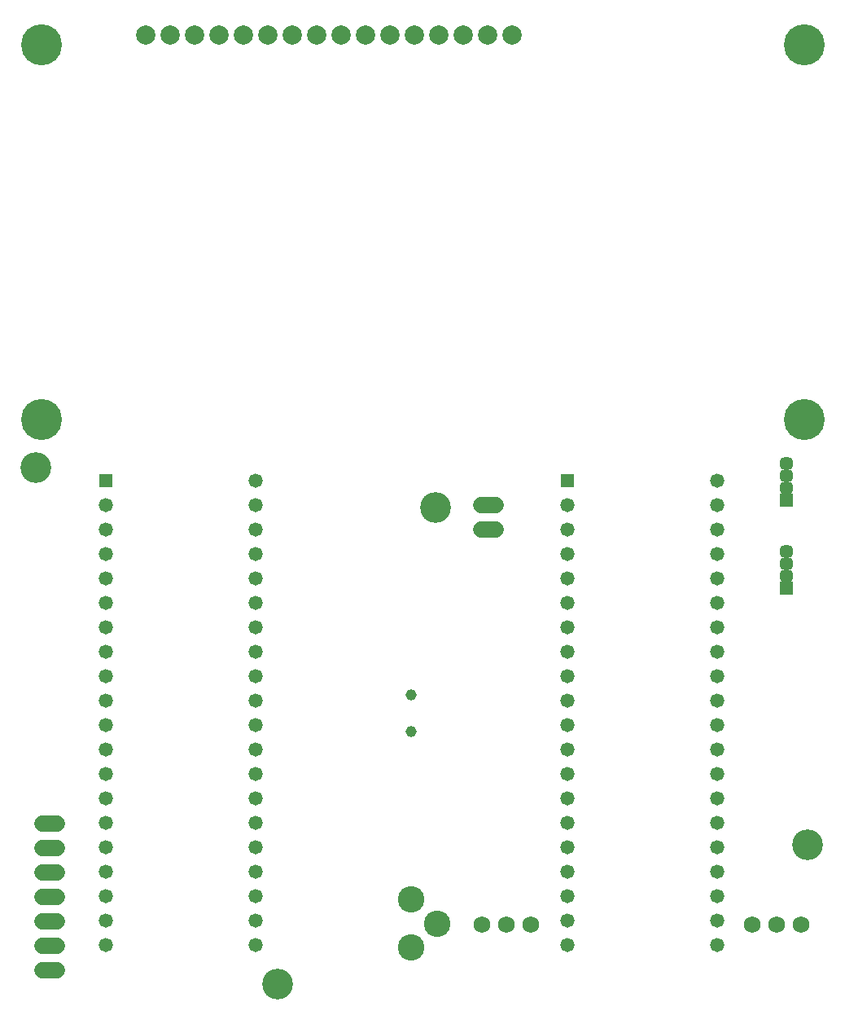
<source format=gbr>
G04 EAGLE Gerber RS-274X export*
G75*
%MOMM*%
%FSLAX34Y34*%
%LPD*%
%INSoldermask Bottom*%
%IPPOS*%
%AMOC8*
5,1,8,0,0,1.08239X$1,22.5*%
G01*
%ADD10C,3.203200*%
%ADD11R,1.470200X1.470200*%
%ADD12C,1.470200*%
%ADD13C,1.173200*%
%ADD14C,1.733200*%
%ADD15C,2.753200*%
%ADD16R,1.451200X1.451200*%
%ADD17C,1.451200*%
%ADD18C,1.727200*%
%ADD19C,2.003200*%
%ADD20C,4.253200*%


D10*
X-139000Y-362000D03*
X-391000Y175000D03*
X412000Y-217000D03*
X25000Y133000D03*
D11*
X-317790Y161300D03*
D12*
X-317790Y135900D03*
X-317790Y110500D03*
X-317790Y85100D03*
X-317790Y59700D03*
X-317790Y34300D03*
X-317790Y8900D03*
X-317790Y-16500D03*
X-317790Y-41900D03*
X-317790Y-67300D03*
X-317790Y-92700D03*
X-317790Y-118100D03*
X-317790Y-143500D03*
X-317790Y-168900D03*
X-317790Y-194300D03*
X-317790Y-219700D03*
X-317790Y-245100D03*
X-317790Y-270500D03*
X-317790Y-295900D03*
X-317790Y-321300D03*
X-162210Y-321300D03*
X-162210Y-295900D03*
X-162210Y-270500D03*
X-162210Y-245100D03*
X-162210Y-219700D03*
X-162210Y-194300D03*
X-162210Y-168900D03*
X-162210Y-143500D03*
X-162210Y-118100D03*
X-162210Y-92700D03*
X-162210Y-67300D03*
X-162210Y-41900D03*
X-162210Y-16500D03*
X-162210Y8900D03*
X-162210Y34300D03*
X-162210Y59700D03*
X-162210Y85100D03*
X-162210Y110500D03*
X-162210Y135900D03*
X-162210Y161300D03*
D13*
X0Y-99050D03*
X0Y-60950D03*
D11*
X162210Y161300D03*
D12*
X162210Y135900D03*
X162210Y110500D03*
X162210Y85100D03*
X162210Y59700D03*
X162210Y34300D03*
X162210Y8900D03*
X162210Y-16500D03*
X162210Y-41900D03*
X162210Y-67300D03*
X162210Y-92700D03*
X162210Y-118100D03*
X162210Y-143500D03*
X162210Y-168900D03*
X162210Y-194300D03*
X162210Y-219700D03*
X162210Y-245100D03*
X162210Y-270500D03*
X162210Y-295900D03*
X162210Y-321300D03*
X317790Y-321300D03*
X317790Y-295900D03*
X317790Y-270500D03*
X317790Y-245100D03*
X317790Y-219700D03*
X317790Y-194300D03*
X317790Y-168900D03*
X317790Y-143500D03*
X317790Y-118100D03*
X317790Y-92700D03*
X317790Y-67300D03*
X317790Y-41900D03*
X317790Y-16500D03*
X317790Y8900D03*
X317790Y34300D03*
X317790Y59700D03*
X317790Y85100D03*
X317790Y110500D03*
X317790Y135900D03*
X317790Y161300D03*
D14*
X124400Y-300000D03*
X99000Y-300000D03*
X73600Y-300000D03*
X405400Y-300000D03*
X380000Y-300000D03*
X354600Y-300000D03*
D15*
X0Y-274000D03*
X0Y-324000D03*
X27000Y-299000D03*
D16*
X390000Y50000D03*
D17*
X390000Y62700D03*
X390000Y75400D03*
X390000Y88100D03*
D18*
X-368380Y-194800D02*
X-383620Y-194800D01*
X-383620Y-220200D02*
X-368380Y-220200D01*
X-368380Y-245600D02*
X-383620Y-245600D01*
X-383620Y-271000D02*
X-368380Y-271000D01*
X-368380Y-296400D02*
X-383620Y-296400D01*
X-383620Y-321800D02*
X-368380Y-321800D01*
X-368380Y-347200D02*
X-383620Y-347200D01*
D16*
X390000Y141000D03*
D17*
X390000Y153700D03*
X390000Y166400D03*
X390000Y179100D03*
D19*
X-276600Y624580D03*
X-251200Y624580D03*
X-225800Y624580D03*
X-200400Y624580D03*
X-175000Y624580D03*
X-149600Y624580D03*
X-124200Y624580D03*
X-98800Y624580D03*
X-73400Y624580D03*
X-48000Y624580D03*
X-22600Y624580D03*
X2800Y624580D03*
X28200Y624580D03*
X53600Y624580D03*
X79000Y624580D03*
X104400Y624580D03*
D20*
X-384790Y224500D03*
X408500Y224500D03*
X408500Y614500D03*
X-384790Y614500D03*
D18*
X72380Y110300D02*
X87620Y110300D01*
X87620Y135700D02*
X72380Y135700D01*
M02*

</source>
